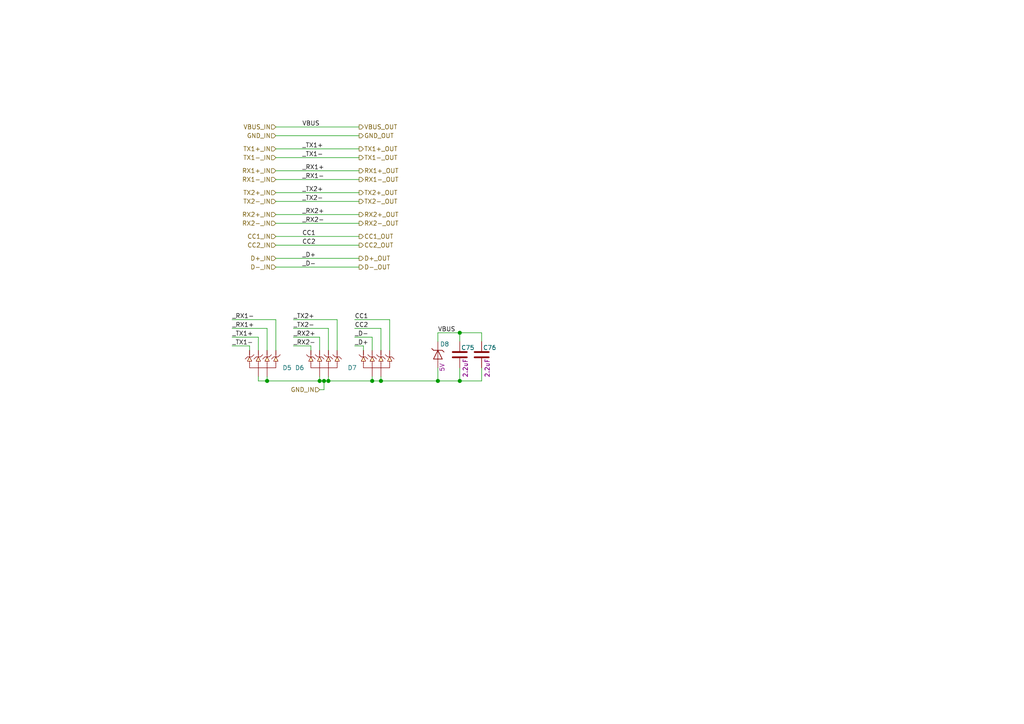
<source format=kicad_sch>
(kicad_sch (version 20210606) (generator eeschema)

  (uuid 5c2210de-ecf0-49ea-abaf-8ff4b2dbb321)

  (paper "A4")

  (lib_symbols
    (symbol "diodes:ESD9X3.3ST5G" (pin_numbers hide) (pin_names (offset 1.016) hide) (in_bom yes) (on_board yes)
      (property "Reference" "D" (id 0) (at 0 2.54 0)
        (effects (font (size 1.27 1.27)))
      )
      (property "Value" "ESD9X3.3ST5G" (id 1) (at 0 -2.54 0)
        (effects (font (size 1.27 1.27)) hide)
      )
      (property "Footprint" "footprints:SODFL1006X43N" (id 2) (at 0 0 0)
        (effects (font (size 1.27 1.27)) hide)
      )
      (property "Datasheet" "" (id 3) (at 0 0 0)
        (effects (font (size 1.27 1.27)) hide)
      )
      (property "id" "5V" (id 4) (at 0 0 0)
        (effects (font (size 1.27 1.27)))
      )
      (property "manf" "ON Semiconductor" (id 5) (at 0 0 0)
        (effects (font (size 1.27 1.27)) hide)
      )
      (property "ki_keywords" "10.4V Clamp 9.8A (8/20µs) Ipp Tvs Diode Surface Mount SOD-923" (id 6) (at 0 0 0)
        (effects (font (size 1.27 1.27)) hide)
      )
      (property "ki_description" "10.4V Clamp 9.8A (8/20µs) Ipp Tvs Diode Surface Mount SOD-923" (id 7) (at 0 0 0)
        (effects (font (size 1.27 1.27)) hide)
      )
      (symbol "ESD9X3.3ST5G_0_1"
        (polyline
          (pts
            (xy -1.27 -1.27)
            (xy -1.778 -1.778)
          )
          (stroke (width 0.2032)) (fill (type none))
        )
        (polyline
          (pts
            (xy -1.27 1.27)
            (xy -1.27 -1.27)
          )
          (stroke (width 0.2032)) (fill (type none))
        )
        (polyline
          (pts
            (xy -1.27 1.27)
            (xy -0.762 1.778)
          )
          (stroke (width 0.2032)) (fill (type none))
        )
        (polyline
          (pts
            (xy 1.27 0)
            (xy -1.27 0)
          )
          (stroke (width 0)) (fill (type none))
        )
        (polyline
          (pts
            (xy 1.27 1.27)
            (xy 1.27 -1.27)
            (xy -1.27 0)
            (xy 1.27 1.27)
          )
          (stroke (width 0.2032)) (fill (type none))
        )
      )
      (symbol "ESD9X3.3ST5G_1_1"
        (pin passive line (at 3.81 0 180) (length 2.54)
          (name "A" (effects (font (size 1.27 1.27))))
          (number "A" (effects (font (size 1.27 1.27))))
        )
        (pin passive line (at -3.81 0 0) (length 2.54)
          (name "C" (effects (font (size 1.27 1.27))))
          (number "C" (effects (font (size 1.27 1.27))))
        )
      )
    )
    (symbol "mte_usb_hub:ESD8004MUTAG" (pin_numbers hide) (pin_names (offset 1.016) hide) (in_bom yes) (on_board yes)
      (property "Reference" "D" (id 0) (at 0 0 0)
        (effects (font (size 1.27 1.27)))
      )
      (property "Value" "ESD8004MUTAG" (id 1) (at 0 17.78 0)
        (effects (font (size 1.27 1.27)) hide)
      )
      (property "Footprint" "" (id 2) (at 0 0 0)
        (effects (font (size 1.27 1.27)) hide)
      )
      (property "Datasheet" "" (id 3) (at 0 0 0)
        (effects (font (size 1.27 1.27)) hide)
      )
      (property "id" "ESD8004MUTAG" (id 4) (at 0 17.78 0)
        (effects (font (size 1.27 1.27)) hide)
      )
      (property "manf" "ON Semiconductor" (id 5) (at 0 17.78 0)
        (effects (font (size 1.27 1.27)) hide)
      )
      (property "ki_keywords" "8V (Typ) Clamp 16A Ipp Tvs Diode Surface Mount 10-UDFN (2.5x1)" (id 6) (at 0 0 0)
        (effects (font (size 1.27 1.27)) hide)
      )
      (property "ki_description" "8V (Typ) Clamp 16A Ipp Tvs Diode Surface Mount 10-UDFN (2.5x1)" (id 7) (at 0 0 0)
        (effects (font (size 1.27 1.27)) hide)
      )
      (symbol "ESD8004MUTAG_0_1"
        (polyline
          (pts
            (xy -3.81 0)
            (xy 3.81 0)
          )
          (stroke (width 0)) (fill (type none))
        )
        (polyline
          (pts
            (xy -3.81 1.27)
            (xy -3.81 0)
          )
          (stroke (width 0)) (fill (type none))
        )
        (polyline
          (pts
            (xy -3.81 1.905)
            (xy -3.81 1.27)
          )
          (stroke (width 0)) (fill (type none))
        )
        (polyline
          (pts
            (xy -3.81 3.175)
            (xy -3.81 3.81)
          )
          (stroke (width 0)) (fill (type none))
        )
        (polyline
          (pts
            (xy 1.27 1.27)
            (xy 1.27 0)
          )
          (stroke (width 0)) (fill (type none))
        )
        (polyline
          (pts
            (xy 1.27 1.905)
            (xy 1.27 1.27)
          )
          (stroke (width 0)) (fill (type none))
        )
        (polyline
          (pts
            (xy 1.27 3.175)
            (xy 1.27 3.81)
          )
          (stroke (width 0)) (fill (type none))
        )
        (polyline
          (pts
            (xy -3.81 3.175)
            (xy -4.445 3.175)
            (xy -5.08 2.54)
          )
          (stroke (width 0)) (fill (type none))
        )
        (polyline
          (pts
            (xy -3.81 3.175)
            (xy -3.175 3.175)
            (xy -2.54 3.81)
          )
          (stroke (width 0)) (fill (type none))
        )
        (polyline
          (pts
            (xy 1.27 3.175)
            (xy 0.635 3.175)
            (xy 0 2.54)
          )
          (stroke (width 0)) (fill (type none))
        )
        (polyline
          (pts
            (xy 1.27 3.175)
            (xy 1.905 3.175)
            (xy 2.54 3.81)
          )
          (stroke (width 0)) (fill (type none))
        )
        (polyline
          (pts
            (xy -3.81 3.175)
            (xy -4.445 1.905)
            (xy -3.175 1.905)
            (xy -3.81 3.175)
          )
          (stroke (width 0)) (fill (type background))
        )
        (polyline
          (pts
            (xy 1.27 3.175)
            (xy 0.635 1.905)
            (xy 1.905 1.905)
            (xy 1.27 3.175)
          )
          (stroke (width 0)) (fill (type background))
        )
      )
      (symbol "ESD8004MUTAG_1_1"
        (polyline
          (pts
            (xy -1.27 1.27)
            (xy -1.27 0)
          )
          (stroke (width 0)) (fill (type none))
        )
        (polyline
          (pts
            (xy -1.27 1.905)
            (xy -1.27 1.27)
          )
          (stroke (width 0)) (fill (type none))
        )
        (polyline
          (pts
            (xy -1.27 3.175)
            (xy -1.27 3.81)
          )
          (stroke (width 0)) (fill (type none))
        )
        (polyline
          (pts
            (xy 3.81 1.27)
            (xy 3.81 0)
          )
          (stroke (width 0)) (fill (type none))
        )
        (polyline
          (pts
            (xy 3.81 1.905)
            (xy 3.81 1.27)
          )
          (stroke (width 0)) (fill (type none))
        )
        (polyline
          (pts
            (xy 3.81 3.175)
            (xy 3.81 3.81)
          )
          (stroke (width 0)) (fill (type none))
        )
        (polyline
          (pts
            (xy -1.27 3.175)
            (xy -1.905 3.175)
            (xy -2.54 2.54)
          )
          (stroke (width 0)) (fill (type none))
        )
        (polyline
          (pts
            (xy -1.27 3.175)
            (xy -0.635 3.175)
            (xy 0 3.81)
          )
          (stroke (width 0)) (fill (type none))
        )
        (polyline
          (pts
            (xy 3.81 3.175)
            (xy 3.175 3.175)
            (xy 2.54 2.54)
          )
          (stroke (width 0)) (fill (type none))
        )
        (polyline
          (pts
            (xy 3.81 3.175)
            (xy 4.445 3.175)
            (xy 5.08 3.81)
          )
          (stroke (width 0)) (fill (type none))
        )
        (polyline
          (pts
            (xy -1.27 3.175)
            (xy -1.905 1.905)
            (xy -0.635 1.905)
            (xy -1.27 3.175)
          )
          (stroke (width 0)) (fill (type background))
        )
        (polyline
          (pts
            (xy 3.81 3.175)
            (xy 3.175 1.905)
            (xy 4.445 1.905)
            (xy 3.81 3.175)
          )
          (stroke (width 0)) (fill (type background))
        )
        (pin passive line (at -3.81 5.08 270) (length 1.27)
          (name "~" (effects (font (size 1.27 1.27))))
          (number "1" (effects (font (size 1.27 1.27))))
        )
        (pin passive line (at -3.81 5.08 270) (length 1.27)
          (name "~" (effects (font (size 1.27 1.27))))
          (number "10" (effects (font (size 1.27 1.27))))
        )
        (pin passive line (at -1.27 5.08 270) (length 1.27)
          (name "~" (effects (font (size 1.27 1.27))))
          (number "2" (effects (font (size 1.27 1.27))))
        )
        (pin passive line (at -1.27 -2.54 90) (length 2.54)
          (name "~" (effects (font (size 1.27 1.27))))
          (number "3" (effects (font (size 1.27 1.27))))
        )
        (pin passive line (at 1.27 5.08 270) (length 1.27)
          (name "~" (effects (font (size 1.27 1.27))))
          (number "4" (effects (font (size 1.27 1.27))))
        )
        (pin passive line (at 3.81 5.08 270) (length 1.27)
          (name "~" (effects (font (size 1.27 1.27))))
          (number "5" (effects (font (size 1.27 1.27))))
        )
        (pin passive line (at 3.81 5.08 270) (length 1.27)
          (name "~" (effects (font (size 1.27 1.27))))
          (number "6" (effects (font (size 1.27 1.27))))
        )
        (pin passive line (at 1.27 5.08 270) (length 1.27)
          (name "~" (effects (font (size 1.27 1.27))))
          (number "7" (effects (font (size 1.27 1.27))))
        )
        (pin passive line (at 1.27 -2.54 90) (length 2.54)
          (name "~" (effects (font (size 1.27 1.27))))
          (number "8" (effects (font (size 1.27 1.27))))
        )
        (pin passive line (at -1.27 5.08 270) (length 1.27)
          (name "~" (effects (font (size 1.27 1.27))))
          (number "9" (effects (font (size 1.27 1.27))))
        )
      )
    )
    (symbol "mte_usb_hub:ESD8004MUTAG_1" (pin_numbers hide) (pin_names (offset 1.016) hide) (in_bom yes) (on_board yes)
      (property "Reference" "D" (id 0) (at 0 0 0)
        (effects (font (size 1.27 1.27)))
      )
      (property "Value" "ESD8004MUTAG" (id 1) (at 0 17.78 0)
        (effects (font (size 1.27 1.27)) hide)
      )
      (property "Footprint" "" (id 2) (at 0 0 0)
        (effects (font (size 1.27 1.27)) hide)
      )
      (property "Datasheet" "" (id 3) (at 0 0 0)
        (effects (font (size 1.27 1.27)) hide)
      )
      (property "id" "ESD8004MUTAG" (id 4) (at 0 17.78 0)
        (effects (font (size 1.27 1.27)) hide)
      )
      (property "manf" "ON Semiconductor" (id 5) (at 0 17.78 0)
        (effects (font (size 1.27 1.27)) hide)
      )
      (property "ki_keywords" "8V (Typ) Clamp 16A Ipp Tvs Diode Surface Mount 10-UDFN (2.5x1)" (id 6) (at 0 0 0)
        (effects (font (size 1.27 1.27)) hide)
      )
      (property "ki_description" "8V (Typ) Clamp 16A Ipp Tvs Diode Surface Mount 10-UDFN (2.5x1)" (id 7) (at 0 0 0)
        (effects (font (size 1.27 1.27)) hide)
      )
      (symbol "ESD8004MUTAG_1_0_1"
        (polyline
          (pts
            (xy -3.81 0)
            (xy 3.81 0)
          )
          (stroke (width 0)) (fill (type none))
        )
        (polyline
          (pts
            (xy -3.81 1.27)
            (xy -3.81 0)
          )
          (stroke (width 0)) (fill (type none))
        )
        (polyline
          (pts
            (xy -3.81 1.905)
            (xy -3.81 1.27)
          )
          (stroke (width 0)) (fill (type none))
        )
        (polyline
          (pts
            (xy -3.81 3.175)
            (xy -3.81 3.81)
          )
          (stroke (width 0)) (fill (type none))
        )
        (polyline
          (pts
            (xy 1.27 1.27)
            (xy 1.27 0)
          )
          (stroke (width 0)) (fill (type none))
        )
        (polyline
          (pts
            (xy 1.27 1.905)
            (xy 1.27 1.27)
          )
          (stroke (width 0)) (fill (type none))
        )
        (polyline
          (pts
            (xy 1.27 3.175)
            (xy 1.27 3.81)
          )
          (stroke (width 0)) (fill (type none))
        )
        (polyline
          (pts
            (xy -3.81 3.175)
            (xy -4.445 3.175)
            (xy -5.08 2.54)
          )
          (stroke (width 0)) (fill (type none))
        )
        (polyline
          (pts
            (xy -3.81 3.175)
            (xy -3.175 3.175)
            (xy -2.54 3.81)
          )
          (stroke (width 0)) (fill (type none))
        )
        (polyline
          (pts
            (xy 1.27 3.175)
            (xy 0.635 3.175)
            (xy 0 2.54)
          )
          (stroke (width 0)) (fill (type none))
        )
        (polyline
          (pts
            (xy 1.27 3.175)
            (xy 1.905 3.175)
            (xy 2.54 3.81)
          )
          (stroke (width 0)) (fill (type none))
        )
        (polyline
          (pts
            (xy -3.81 3.175)
            (xy -4.445 1.905)
            (xy -3.175 1.905)
            (xy -3.81 3.175)
          )
          (stroke (width 0)) (fill (type background))
        )
        (polyline
          (pts
            (xy 1.27 3.175)
            (xy 0.635 1.905)
            (xy 1.905 1.905)
            (xy 1.27 3.175)
          )
          (stroke (width 0)) (fill (type background))
        )
      )
      (symbol "ESD8004MUTAG_1_1_1"
        (polyline
          (pts
            (xy -1.27 1.27)
            (xy -1.27 0)
          )
          (stroke (width 0)) (fill (type none))
        )
        (polyline
          (pts
            (xy -1.27 1.905)
            (xy -1.27 1.27)
          )
          (stroke (width 0)) (fill (type none))
        )
        (polyline
          (pts
            (xy -1.27 3.175)
            (xy -1.27 3.81)
          )
          (stroke (width 0)) (fill (type none))
        )
        (polyline
          (pts
            (xy 3.81 1.27)
            (xy 3.81 0)
          )
          (stroke (width 0)) (fill (type none))
        )
        (polyline
          (pts
            (xy 3.81 1.905)
            (xy 3.81 1.27)
          )
          (stroke (width 0)) (fill (type none))
        )
        (polyline
          (pts
            (xy 3.81 3.175)
            (xy 3.81 3.81)
          )
          (stroke (width 0)) (fill (type none))
        )
        (polyline
          (pts
            (xy -1.27 3.175)
            (xy -1.905 3.175)
            (xy -2.54 2.54)
          )
          (stroke (width 0)) (fill (type none))
        )
        (polyline
          (pts
            (xy -1.27 3.175)
            (xy -0.635 3.175)
            (xy 0 3.81)
          )
          (stroke (width 0)) (fill (type none))
        )
        (polyline
          (pts
            (xy 3.81 3.175)
            (xy 3.175 3.175)
            (xy 2.54 2.54)
          )
          (stroke (width 0)) (fill (type none))
        )
        (polyline
          (pts
            (xy 3.81 3.175)
            (xy 4.445 3.175)
            (xy 5.08 3.81)
          )
          (stroke (width 0)) (fill (type none))
        )
        (polyline
          (pts
            (xy -1.27 3.175)
            (xy -1.905 1.905)
            (xy -0.635 1.905)
            (xy -1.27 3.175)
          )
          (stroke (width 0)) (fill (type background))
        )
        (polyline
          (pts
            (xy 3.81 3.175)
            (xy 3.175 1.905)
            (xy 4.445 1.905)
            (xy 3.81 3.175)
          )
          (stroke (width 0)) (fill (type background))
        )
        (pin passive line (at -3.81 5.08 270) (length 1.27)
          (name "~" (effects (font (size 1.27 1.27))))
          (number "1" (effects (font (size 1.27 1.27))))
        )
        (pin passive line (at -3.81 5.08 270) (length 1.27)
          (name "~" (effects (font (size 1.27 1.27))))
          (number "10" (effects (font (size 1.27 1.27))))
        )
        (pin passive line (at -1.27 5.08 270) (length 1.27)
          (name "~" (effects (font (size 1.27 1.27))))
          (number "2" (effects (font (size 1.27 1.27))))
        )
        (pin passive line (at -1.27 -2.54 90) (length 2.54)
          (name "~" (effects (font (size 1.27 1.27))))
          (number "3" (effects (font (size 1.27 1.27))))
        )
        (pin passive line (at 1.27 5.08 270) (length 1.27)
          (name "~" (effects (font (size 1.27 1.27))))
          (number "4" (effects (font (size 1.27 1.27))))
        )
        (pin passive line (at 3.81 5.08 270) (length 1.27)
          (name "~" (effects (font (size 1.27 1.27))))
          (number "5" (effects (font (size 1.27 1.27))))
        )
        (pin passive line (at 3.81 5.08 270) (length 1.27)
          (name "~" (effects (font (size 1.27 1.27))))
          (number "6" (effects (font (size 1.27 1.27))))
        )
        (pin passive line (at 1.27 5.08 270) (length 1.27)
          (name "~" (effects (font (size 1.27 1.27))))
          (number "7" (effects (font (size 1.27 1.27))))
        )
        (pin passive line (at 1.27 -2.54 90) (length 2.54)
          (name "~" (effects (font (size 1.27 1.27))))
          (number "8" (effects (font (size 1.27 1.27))))
        )
        (pin passive line (at -1.27 5.08 270) (length 1.27)
          (name "~" (effects (font (size 1.27 1.27))))
          (number "9" (effects (font (size 1.27 1.27))))
        )
      )
    )
    (symbol "mte_usb_hub:ESD8004MUTAG_2" (pin_numbers hide) (pin_names (offset 1.016) hide) (in_bom yes) (on_board yes)
      (property "Reference" "D" (id 0) (at 0 0 0)
        (effects (font (size 1.27 1.27)))
      )
      (property "Value" "ESD8004MUTAG" (id 1) (at 0 17.78 0)
        (effects (font (size 1.27 1.27)) hide)
      )
      (property "Footprint" "" (id 2) (at 0 0 0)
        (effects (font (size 1.27 1.27)) hide)
      )
      (property "Datasheet" "" (id 3) (at 0 0 0)
        (effects (font (size 1.27 1.27)) hide)
      )
      (property "id" "ESD8004MUTAG" (id 4) (at 0 17.78 0)
        (effects (font (size 1.27 1.27)) hide)
      )
      (property "manf" "ON Semiconductor" (id 5) (at 0 17.78 0)
        (effects (font (size 1.27 1.27)) hide)
      )
      (property "ki_keywords" "8V (Typ) Clamp 16A Ipp Tvs Diode Surface Mount 10-UDFN (2.5x1)" (id 6) (at 0 0 0)
        (effects (font (size 1.27 1.27)) hide)
      )
      (property "ki_description" "8V (Typ) Clamp 16A Ipp Tvs Diode Surface Mount 10-UDFN (2.5x1)" (id 7) (at 0 0 0)
        (effects (font (size 1.27 1.27)) hide)
      )
      (symbol "ESD8004MUTAG_2_0_1"
        (polyline
          (pts
            (xy -3.81 0)
            (xy 3.81 0)
          )
          (stroke (width 0)) (fill (type none))
        )
        (polyline
          (pts
            (xy -3.81 1.27)
            (xy -3.81 0)
          )
          (stroke (width 0)) (fill (type none))
        )
        (polyline
          (pts
            (xy -3.81 1.905)
            (xy -3.81 1.27)
          )
          (stroke (width 0)) (fill (type none))
        )
        (polyline
          (pts
            (xy -3.81 3.175)
            (xy -3.81 3.81)
          )
          (stroke (width 0)) (fill (type none))
        )
        (polyline
          (pts
            (xy 1.27 1.27)
            (xy 1.27 0)
          )
          (stroke (width 0)) (fill (type none))
        )
        (polyline
          (pts
            (xy 1.27 1.905)
            (xy 1.27 1.27)
          )
          (stroke (width 0)) (fill (type none))
        )
        (polyline
          (pts
            (xy 1.27 3.175)
            (xy 1.27 3.81)
          )
          (stroke (width 0)) (fill (type none))
        )
        (polyline
          (pts
            (xy -3.81 3.175)
            (xy -4.445 3.175)
            (xy -5.08 2.54)
          )
          (stroke (width 0)) (fill (type none))
        )
        (polyline
          (pts
            (xy -3.81 3.175)
            (xy -3.175 3.175)
            (xy -2.54 3.81)
          )
          (stroke (width 0)) (fill (type none))
        )
        (polyline
          (pts
            (xy 1.27 3.175)
            (xy 0.635 3.175)
            (xy 0 2.54)
          )
          (stroke (width 0)) (fill (type none))
        )
        (polyline
          (pts
            (xy 1.27 3.175)
            (xy 1.905 3.175)
            (xy 2.54 3.81)
          )
          (stroke (width 0)) (fill (type none))
        )
        (polyline
          (pts
            (xy -3.81 3.175)
            (xy -4.445 1.905)
            (xy -3.175 1.905)
            (xy -3.81 3.175)
          )
          (stroke (width 0)) (fill (type background))
        )
        (polyline
          (pts
            (xy 1.27 3.175)
            (xy 0.635 1.905)
            (xy 1.905 1.905)
            (xy 1.27 3.175)
          )
          (stroke (width 0)) (fill (type background))
        )
      )
      (symbol "ESD8004MUTAG_2_1_1"
        (polyline
          (pts
            (xy -1.27 1.27)
            (xy -1.27 0)
          )
          (stroke (width 0)) (fill (type none))
        )
        (polyline
          (pts
            (xy -1.27 1.905)
            (xy -1.27 1.27)
          )
          (stroke (width 0)) (fill (type none))
        )
        (polyline
          (pts
            (xy -1.27 3.175)
            (xy -1.27 3.81)
          )
          (stroke (width 0)) (fill (type none))
        )
        (polyline
          (pts
            (xy 3.81 1.27)
            (xy 3.81 0)
          )
          (stroke (width 0)) (fill (type none))
        )
        (polyline
          (pts
            (xy 3.81 1.905)
            (xy 3.81 1.27)
          )
          (stroke (width 0)) (fill (type none))
        )
        (polyline
          (pts
            (xy 3.81 3.175)
            (xy 3.81 3.81)
          )
          (stroke (width 0)) (fill (type none))
        )
        (polyline
          (pts
            (xy -1.27 3.175)
            (xy -1.905 3.175)
            (xy -2.54 2.54)
          )
          (stroke (width 0)) (fill (type none))
        )
        (polyline
          (pts
            (xy -1.27 3.175)
            (xy -0.635 3.175)
            (xy 0 3.81)
          )
          (stroke (width 0)) (fill (type none))
        )
        (polyline
          (pts
            (xy 3.81 3.175)
            (xy 3.175 3.175)
            (xy 2.54 2.54)
          )
          (stroke (width 0)) (fill (type none))
        )
        (polyline
          (pts
            (xy 3.81 3.175)
            (xy 4.445 3.175)
            (xy 5.08 3.81)
          )
          (stroke (width 0)) (fill (type none))
        )
        (polyline
          (pts
            (xy -1.27 3.175)
            (xy -1.905 1.905)
            (xy -0.635 1.905)
            (xy -1.27 3.175)
          )
          (stroke (width 0)) (fill (type background))
        )
        (polyline
          (pts
            (xy 3.81 3.175)
            (xy 3.175 1.905)
            (xy 4.445 1.905)
            (xy 3.81 3.175)
          )
          (stroke (width 0)) (fill (type background))
        )
        (pin passive line (at -3.81 5.08 270) (length 1.27)
          (name "~" (effects (font (size 1.27 1.27))))
          (number "1" (effects (font (size 1.27 1.27))))
        )
        (pin passive line (at -3.81 5.08 270) (length 1.27)
          (name "~" (effects (font (size 1.27 1.27))))
          (number "10" (effects (font (size 1.27 1.27))))
        )
        (pin passive line (at -1.27 5.08 270) (length 1.27)
          (name "~" (effects (font (size 1.27 1.27))))
          (number "2" (effects (font (size 1.27 1.27))))
        )
        (pin passive line (at -1.27 -2.54 90) (length 2.54)
          (name "~" (effects (font (size 1.27 1.27))))
          (number "3" (effects (font (size 1.27 1.27))))
        )
        (pin passive line (at 1.27 5.08 270) (length 1.27)
          (name "~" (effects (font (size 1.27 1.27))))
          (number "4" (effects (font (size 1.27 1.27))))
        )
        (pin passive line (at 3.81 5.08 270) (length 1.27)
          (name "~" (effects (font (size 1.27 1.27))))
          (number "5" (effects (font (size 1.27 1.27))))
        )
        (pin passive line (at 3.81 5.08 270) (length 1.27)
          (name "~" (effects (font (size 1.27 1.27))))
          (number "6" (effects (font (size 1.27 1.27))))
        )
        (pin passive line (at 1.27 5.08 270) (length 1.27)
          (name "~" (effects (font (size 1.27 1.27))))
          (number "7" (effects (font (size 1.27 1.27))))
        )
        (pin passive line (at 1.27 -2.54 90) (length 2.54)
          (name "~" (effects (font (size 1.27 1.27))))
          (number "8" (effects (font (size 1.27 1.27))))
        )
        (pin passive line (at -1.27 5.08 270) (length 1.27)
          (name "~" (effects (font (size 1.27 1.27))))
          (number "9" (effects (font (size 1.27 1.27))))
        )
      )
    )
    (symbol "mte_usb_hub:TMK105CBJ225MV-F" (pin_numbers hide) (pin_names (offset 0.254)) (in_bom yes) (on_board yes)
      (property "Reference" "C" (id 0) (at 0.635 2.54 0)
        (effects (font (size 1.27 1.27)) (justify left))
      )
      (property "Value" "TMK105CBJ225MV-F" (id 1) (at 0.635 -2.54 0)
        (effects (font (size 1.27 1.27)) (justify left) hide)
      )
      (property "Footprint" "footprints:CAPACITOR_0402N" (id 2) (at 0.9652 -3.81 0)
        (effects (font (size 1.27 1.27)) hide)
      )
      (property "Datasheet" "${MTE_LIB_DIR}/datasheets/TMK105CBJ225MV-F _RS.pdf" (id 3) (at 0 0 0)
        (effects (font (size 1.27 1.27)) hide)
      )
      (property "id" "2.2uF" (id 4) (at -3.81 2.54 0)
        (effects (font (size 1.27 1.27)))
      )
      (property "ki_keywords" "2.2uF ±20% 25V Ceramic Capacitor X5R 0402 (1005 Metric)" (id 5) (at 0 0 0)
        (effects (font (size 1.27 1.27)) hide)
      )
      (property "ki_description" "2.2uF ±20% 25V Ceramic Capacitor X5R 0402 (1005 Metric)" (id 6) (at 0 0 0)
        (effects (font (size 1.27 1.27)) hide)
      )
      (symbol "TMK105CBJ225MV-F_0_1"
        (polyline
          (pts
            (xy -2.032 -0.762)
            (xy 2.032 -0.762)
          )
          (stroke (width 0.508)) (fill (type none))
        )
        (polyline
          (pts
            (xy -2.032 0.762)
            (xy 2.032 0.762)
          )
          (stroke (width 0.508)) (fill (type none))
        )
      )
      (symbol "TMK105CBJ225MV-F_1_1"
        (pin passive line (at 0 3.81 270) (length 2.794)
          (name "~" (effects (font (size 1.27 1.27))))
          (number "1" (effects (font (size 1.27 1.27))))
        )
        (pin passive line (at 0 -3.81 90) (length 2.794)
          (name "~" (effects (font (size 1.27 1.27))))
          (number "2" (effects (font (size 1.27 1.27))))
        )
      )
    )
  )

  (junction (at 77.47 110.49) (diameter 1.016) (color 0 0 0 0))
  (junction (at 92.71 110.49) (diameter 1.016) (color 0 0 0 0))
  (junction (at 93.98 110.49) (diameter 1.016) (color 0 0 0 0))
  (junction (at 95.25 110.49) (diameter 1.016) (color 0 0 0 0))
  (junction (at 107.95 110.49) (diameter 1.016) (color 0 0 0 0))
  (junction (at 110.49 110.49) (diameter 1.016) (color 0 0 0 0))
  (junction (at 127 110.49) (diameter 1.016) (color 0 0 0 0))
  (junction (at 133.35 96.52) (diameter 1.016) (color 0 0 0 0))
  (junction (at 133.35 110.49) (diameter 1.016) (color 0 0 0 0))

  (wire (pts (xy 67.31 92.71) (xy 80.01 92.71))
    (stroke (width 0) (type solid) (color 0 0 0 0))
    (uuid acf85cd3-bbc0-476f-8acc-fbeab1e5da95)
  )
  (wire (pts (xy 67.31 95.25) (xy 77.47 95.25))
    (stroke (width 0) (type solid) (color 0 0 0 0))
    (uuid b2ae4026-237d-436b-ac2b-32847a0360fd)
  )
  (wire (pts (xy 67.31 97.79) (xy 74.93 97.79))
    (stroke (width 0) (type solid) (color 0 0 0 0))
    (uuid 28ce07d0-479a-44d9-9fbd-46f14848403c)
  )
  (wire (pts (xy 67.31 100.33) (xy 72.39 100.33))
    (stroke (width 0) (type solid) (color 0 0 0 0))
    (uuid f55eaf9f-d8ba-4c26-88aa-cc79c5aee550)
  )
  (wire (pts (xy 72.39 100.33) (xy 72.39 101.6))
    (stroke (width 0) (type solid) (color 0 0 0 0))
    (uuid 349bdcb0-45b9-41af-bfa6-e59dab1ab8bb)
  )
  (wire (pts (xy 74.93 101.6) (xy 74.93 97.79))
    (stroke (width 0) (type solid) (color 0 0 0 0))
    (uuid 28ce07d0-479a-44d9-9fbd-46f14848403c)
  )
  (wire (pts (xy 74.93 109.22) (xy 74.93 110.49))
    (stroke (width 0) (type solid) (color 0 0 0 0))
    (uuid 2afd5466-cbdb-4f02-9ff4-ca58a08a0b1f)
  )
  (wire (pts (xy 74.93 110.49) (xy 77.47 110.49))
    (stroke (width 0) (type solid) (color 0 0 0 0))
    (uuid 84200437-cafe-4e1e-801d-6ec1bb038d12)
  )
  (wire (pts (xy 77.47 95.25) (xy 77.47 101.6))
    (stroke (width 0) (type solid) (color 0 0 0 0))
    (uuid b2ae4026-237d-436b-ac2b-32847a0360fd)
  )
  (wire (pts (xy 77.47 109.22) (xy 77.47 110.49))
    (stroke (width 0) (type solid) (color 0 0 0 0))
    (uuid eb6aa118-67a4-4e55-a72d-8281ab9fa6b8)
  )
  (wire (pts (xy 77.47 110.49) (xy 92.71 110.49))
    (stroke (width 0) (type solid) (color 0 0 0 0))
    (uuid f35b90c5-8dc3-41cb-9115-26e7349b91b5)
  )
  (wire (pts (xy 80.01 36.83) (xy 104.14 36.83))
    (stroke (width 0) (type solid) (color 0 0 0 0))
    (uuid 9d0f1783-08b6-49ad-8bd7-151ce87645b1)
  )
  (wire (pts (xy 80.01 39.37) (xy 104.14 39.37))
    (stroke (width 0) (type solid) (color 0 0 0 0))
    (uuid 8831ae28-8857-4860-b835-e04f405e2e30)
  )
  (wire (pts (xy 80.01 43.18) (xy 104.14 43.18))
    (stroke (width 0) (type solid) (color 0 0 0 0))
    (uuid db2c304b-ff07-402b-8409-4b31a626539c)
  )
  (wire (pts (xy 80.01 45.72) (xy 104.14 45.72))
    (stroke (width 0) (type solid) (color 0 0 0 0))
    (uuid 837b3468-59b9-417c-b515-9fa49c355b59)
  )
  (wire (pts (xy 80.01 49.53) (xy 104.14 49.53))
    (stroke (width 0) (type solid) (color 0 0 0 0))
    (uuid e1e64b2c-3fa6-48a3-8e0b-98ad381696db)
  )
  (wire (pts (xy 80.01 52.07) (xy 104.14 52.07))
    (stroke (width 0) (type solid) (color 0 0 0 0))
    (uuid 3add5511-6028-4f64-beed-625f66d417fa)
  )
  (wire (pts (xy 80.01 55.88) (xy 104.14 55.88))
    (stroke (width 0) (type solid) (color 0 0 0 0))
    (uuid 977f62d3-dbac-4495-b890-7df2d43a6636)
  )
  (wire (pts (xy 80.01 58.42) (xy 104.14 58.42))
    (stroke (width 0) (type solid) (color 0 0 0 0))
    (uuid 29bfe21a-d4c8-4fee-aa96-5f575892672f)
  )
  (wire (pts (xy 80.01 62.23) (xy 104.14 62.23))
    (stroke (width 0) (type solid) (color 0 0 0 0))
    (uuid e1e779d7-03ce-47c8-b4ae-0a8310c2c9bb)
  )
  (wire (pts (xy 80.01 64.77) (xy 104.14 64.77))
    (stroke (width 0) (type solid) (color 0 0 0 0))
    (uuid 0e9ea519-dec1-46f8-9ba3-ea4e697b2f25)
  )
  (wire (pts (xy 80.01 68.58) (xy 104.14 68.58))
    (stroke (width 0) (type solid) (color 0 0 0 0))
    (uuid aa3b1262-365f-4119-b4b1-f69805f5edd7)
  )
  (wire (pts (xy 80.01 71.12) (xy 104.14 71.12))
    (stroke (width 0) (type solid) (color 0 0 0 0))
    (uuid 881795e0-f161-414c-9430-7047ee9b0533)
  )
  (wire (pts (xy 80.01 74.93) (xy 104.14 74.93))
    (stroke (width 0) (type solid) (color 0 0 0 0))
    (uuid 09e0189d-7d43-40d5-a72e-00dcf1767f05)
  )
  (wire (pts (xy 80.01 77.47) (xy 104.14 77.47))
    (stroke (width 0) (type solid) (color 0 0 0 0))
    (uuid 43a2f791-df53-4f61-b839-03dad555ce51)
  )
  (wire (pts (xy 80.01 101.6) (xy 80.01 92.71))
    (stroke (width 0) (type solid) (color 0 0 0 0))
    (uuid acf85cd3-bbc0-476f-8acc-fbeab1e5da95)
  )
  (wire (pts (xy 85.09 92.71) (xy 97.79 92.71))
    (stroke (width 0) (type solid) (color 0 0 0 0))
    (uuid 470330dd-1033-448c-82e6-4e123c7e49de)
  )
  (wire (pts (xy 85.09 97.79) (xy 92.71 97.79))
    (stroke (width 0) (type solid) (color 0 0 0 0))
    (uuid 26f9ffc2-f20d-460d-a546-d3dfeb2d8faa)
  )
  (wire (pts (xy 85.09 100.33) (xy 90.17 100.33))
    (stroke (width 0) (type solid) (color 0 0 0 0))
    (uuid 40e87a6a-6c7b-44d3-838b-2cdbb7067625)
  )
  (wire (pts (xy 90.17 101.6) (xy 90.17 100.33))
    (stroke (width 0) (type solid) (color 0 0 0 0))
    (uuid 40e87a6a-6c7b-44d3-838b-2cdbb7067625)
  )
  (wire (pts (xy 92.71 97.79) (xy 92.71 101.6))
    (stroke (width 0) (type solid) (color 0 0 0 0))
    (uuid 26f9ffc2-f20d-460d-a546-d3dfeb2d8faa)
  )
  (wire (pts (xy 92.71 109.22) (xy 92.71 110.49))
    (stroke (width 0) (type solid) (color 0 0 0 0))
    (uuid d747014b-a284-4187-ba63-14e178d112b2)
  )
  (wire (pts (xy 92.71 110.49) (xy 93.98 110.49))
    (stroke (width 0) (type solid) (color 0 0 0 0))
    (uuid 0577fd03-487c-47b5-a3f1-660cf619f441)
  )
  (wire (pts (xy 92.71 113.03) (xy 93.98 113.03))
    (stroke (width 0) (type solid) (color 0 0 0 0))
    (uuid 94beb4c6-6013-49e6-a75e-bacea6679855)
  )
  (wire (pts (xy 93.98 110.49) (xy 95.25 110.49))
    (stroke (width 0) (type solid) (color 0 0 0 0))
    (uuid 63254e45-2e79-47d4-97f6-6b0ce5606fe6)
  )
  (wire (pts (xy 93.98 113.03) (xy 93.98 110.49))
    (stroke (width 0) (type solid) (color 0 0 0 0))
    (uuid ed9b93ee-c06e-40d3-9521-0e32818c1164)
  )
  (wire (pts (xy 95.25 95.25) (xy 85.09 95.25))
    (stroke (width 0) (type solid) (color 0 0 0 0))
    (uuid e32a04f6-5ce2-4728-8421-bbc237a61247)
  )
  (wire (pts (xy 95.25 101.6) (xy 95.25 95.25))
    (stroke (width 0) (type solid) (color 0 0 0 0))
    (uuid e32a04f6-5ce2-4728-8421-bbc237a61247)
  )
  (wire (pts (xy 95.25 109.22) (xy 95.25 110.49))
    (stroke (width 0) (type solid) (color 0 0 0 0))
    (uuid 34540c2f-8c9b-4580-8d38-268e1f27d4ea)
  )
  (wire (pts (xy 95.25 110.49) (xy 107.95 110.49))
    (stroke (width 0) (type solid) (color 0 0 0 0))
    (uuid 4576766d-6bcc-4951-b525-215394a6830b)
  )
  (wire (pts (xy 97.79 92.71) (xy 97.79 101.6))
    (stroke (width 0) (type solid) (color 0 0 0 0))
    (uuid 470330dd-1033-448c-82e6-4e123c7e49de)
  )
  (wire (pts (xy 102.87 92.71) (xy 113.03 92.71))
    (stroke (width 0) (type solid) (color 0 0 0 0))
    (uuid b84611af-1a53-4f95-a148-e17e32dba5bb)
  )
  (wire (pts (xy 102.87 97.79) (xy 107.95 97.79))
    (stroke (width 0) (type solid) (color 0 0 0 0))
    (uuid 3c678c36-4abe-4d02-8fe7-6b6f375db019)
  )
  (wire (pts (xy 105.41 100.33) (xy 102.87 100.33))
    (stroke (width 0) (type solid) (color 0 0 0 0))
    (uuid c925cbb5-4864-4201-8104-d73342a45c90)
  )
  (wire (pts (xy 105.41 101.6) (xy 105.41 100.33))
    (stroke (width 0) (type solid) (color 0 0 0 0))
    (uuid c925cbb5-4864-4201-8104-d73342a45c90)
  )
  (wire (pts (xy 107.95 97.79) (xy 107.95 101.6))
    (stroke (width 0) (type solid) (color 0 0 0 0))
    (uuid 3c678c36-4abe-4d02-8fe7-6b6f375db019)
  )
  (wire (pts (xy 107.95 109.22) (xy 107.95 110.49))
    (stroke (width 0) (type solid) (color 0 0 0 0))
    (uuid d7839117-0d93-44c2-a4ca-1a8b5b44b248)
  )
  (wire (pts (xy 107.95 110.49) (xy 110.49 110.49))
    (stroke (width 0) (type solid) (color 0 0 0 0))
    (uuid 4576766d-6bcc-4951-b525-215394a6830b)
  )
  (wire (pts (xy 110.49 95.25) (xy 102.87 95.25))
    (stroke (width 0) (type solid) (color 0 0 0 0))
    (uuid a2c37f4a-88d7-49a1-aafa-859f0b536721)
  )
  (wire (pts (xy 110.49 101.6) (xy 110.49 95.25))
    (stroke (width 0) (type solid) (color 0 0 0 0))
    (uuid a2c37f4a-88d7-49a1-aafa-859f0b536721)
  )
  (wire (pts (xy 110.49 109.22) (xy 110.49 110.49))
    (stroke (width 0) (type solid) (color 0 0 0 0))
    (uuid bb07e097-03ea-4c04-b704-ed69fcba171d)
  )
  (wire (pts (xy 110.49 110.49) (xy 127 110.49))
    (stroke (width 0) (type solid) (color 0 0 0 0))
    (uuid 4576766d-6bcc-4951-b525-215394a6830b)
  )
  (wire (pts (xy 113.03 92.71) (xy 113.03 101.6))
    (stroke (width 0) (type solid) (color 0 0 0 0))
    (uuid b84611af-1a53-4f95-a148-e17e32dba5bb)
  )
  (wire (pts (xy 127 96.52) (xy 127 99.06))
    (stroke (width 0) (type solid) (color 0 0 0 0))
    (uuid 745e9ca2-4d0e-4609-b302-7c5977c7c997)
  )
  (wire (pts (xy 127 96.52) (xy 133.35 96.52))
    (stroke (width 0) (type solid) (color 0 0 0 0))
    (uuid 72258471-1923-4420-bf48-268a934fc108)
  )
  (wire (pts (xy 127 106.68) (xy 127 110.49))
    (stroke (width 0) (type solid) (color 0 0 0 0))
    (uuid 5f8278bc-3ccd-4ae7-850b-897fcc6dfcf0)
  )
  (wire (pts (xy 133.35 96.52) (xy 133.35 99.06))
    (stroke (width 0) (type solid) (color 0 0 0 0))
    (uuid 596fde21-b1c0-4ac1-abd4-dc395632957e)
  )
  (wire (pts (xy 133.35 96.52) (xy 139.7 96.52))
    (stroke (width 0) (type solid) (color 0 0 0 0))
    (uuid 72258471-1923-4420-bf48-268a934fc108)
  )
  (wire (pts (xy 133.35 106.68) (xy 133.35 110.49))
    (stroke (width 0) (type solid) (color 0 0 0 0))
    (uuid 2182319e-fba4-4fcc-9700-110bc6466c55)
  )
  (wire (pts (xy 133.35 110.49) (xy 127 110.49))
    (stroke (width 0) (type solid) (color 0 0 0 0))
    (uuid 2182319e-fba4-4fcc-9700-110bc6466c55)
  )
  (wire (pts (xy 139.7 99.06) (xy 139.7 96.52))
    (stroke (width 0) (type solid) (color 0 0 0 0))
    (uuid 72258471-1923-4420-bf48-268a934fc108)
  )
  (wire (pts (xy 139.7 106.68) (xy 139.7 110.49))
    (stroke (width 0) (type solid) (color 0 0 0 0))
    (uuid 9c0b2b45-475f-4a24-a49d-2f9590b0b7fd)
  )
  (wire (pts (xy 139.7 110.49) (xy 133.35 110.49))
    (stroke (width 0) (type solid) (color 0 0 0 0))
    (uuid 9c0b2b45-475f-4a24-a49d-2f9590b0b7fd)
  )

  (label "_RX1-" (at 67.31 92.71 0)
    (effects (font (size 1.27 1.27)) (justify left bottom))
    (uuid 1b393983-1691-468b-88ad-c60a0c9aab0d)
  )
  (label "_RX1+" (at 67.31 95.25 0)
    (effects (font (size 1.27 1.27)) (justify left bottom))
    (uuid 082282cf-f06d-40ca-ad9f-5ef7db76cceb)
  )
  (label "_TX1+" (at 67.31 97.79 0)
    (effects (font (size 1.27 1.27)) (justify left bottom))
    (uuid 4b40a033-af9b-4c90-90f5-2ec71e7a2ea9)
  )
  (label "_TX1-" (at 67.31 100.33 0)
    (effects (font (size 1.27 1.27)) (justify left bottom))
    (uuid 94bf94b2-fd4b-4ea8-b41a-dba3da1f7c96)
  )
  (label "_TX2+" (at 85.09 92.71 0)
    (effects (font (size 1.27 1.27)) (justify left bottom))
    (uuid 441272a1-f3eb-4795-975e-487b48e6e13e)
  )
  (label "_TX2-" (at 85.09 95.25 0)
    (effects (font (size 1.27 1.27)) (justify left bottom))
    (uuid 1f5f243a-235e-43e6-bc24-eacf0bdcb0ac)
  )
  (label "_RX2+" (at 85.09 97.79 0)
    (effects (font (size 1.27 1.27)) (justify left bottom))
    (uuid fca8a47a-a6ec-4e82-acda-0de78afb7041)
  )
  (label "_RX2-" (at 85.09 100.33 0)
    (effects (font (size 1.27 1.27)) (justify left bottom))
    (uuid 6e185bf2-99e2-4d6d-93c9-8886499f4e49)
  )
  (label "VBUS" (at 87.63 36.83 0)
    (effects (font (size 1.27 1.27)) (justify left bottom))
    (uuid e96f1250-9c59-4163-a23e-9b88fe70f965)
  )
  (label "_TX1+" (at 87.63 43.18 0)
    (effects (font (size 1.27 1.27)) (justify left bottom))
    (uuid 56e5e212-98f5-4c40-8b15-07c66539d539)
  )
  (label "_TX1-" (at 87.63 45.72 0)
    (effects (font (size 1.27 1.27)) (justify left bottom))
    (uuid 1622c3c5-912e-4525-bcb1-5c47ec5f0954)
  )
  (label "_RX1+" (at 87.63 49.53 0)
    (effects (font (size 1.27 1.27)) (justify left bottom))
    (uuid e101e131-ed45-40d8-a869-3ebc5daf79a9)
  )
  (label "_RX1-" (at 87.63 52.07 0)
    (effects (font (size 1.27 1.27)) (justify left bottom))
    (uuid e9bd78ee-fa75-4c6a-83a7-f332f0db4a73)
  )
  (label "_TX2+" (at 87.63 55.88 0)
    (effects (font (size 1.27 1.27)) (justify left bottom))
    (uuid 5bf0a4d6-a8ea-4f9d-9b53-e4c22a17d8e7)
  )
  (label "_TX2-" (at 87.63 58.42 0)
    (effects (font (size 1.27 1.27)) (justify left bottom))
    (uuid c23b2693-2560-44d5-b584-ac468dbf0690)
  )
  (label "_RX2+" (at 87.63 62.23 0)
    (effects (font (size 1.27 1.27)) (justify left bottom))
    (uuid eb828d91-33fb-492b-9462-2e069d2a27ab)
  )
  (label "_RX2-" (at 87.63 64.77 0)
    (effects (font (size 1.27 1.27)) (justify left bottom))
    (uuid badc6885-b03e-427c-8d6b-16f0d278fee1)
  )
  (label "CC1" (at 87.63 68.58 0)
    (effects (font (size 1.27 1.27)) (justify left bottom))
    (uuid 2f30ecc8-1ec2-4b24-a101-7da564cb0402)
  )
  (label "CC2" (at 87.63 71.12 0)
    (effects (font (size 1.27 1.27)) (justify left bottom))
    (uuid 8611f6cf-eb9d-4e48-af02-3fd322fc6f41)
  )
  (label "_D+" (at 87.63 74.93 0)
    (effects (font (size 1.27 1.27)) (justify left bottom))
    (uuid ebe71cd3-10ae-4126-b59f-e6f7c88abd90)
  )
  (label "_D-" (at 87.63 77.47 0)
    (effects (font (size 1.27 1.27)) (justify left bottom))
    (uuid c15849bf-2d82-4ee9-88fe-5ad8e4fa0152)
  )
  (label "CC1" (at 102.87 92.71 0)
    (effects (font (size 1.27 1.27)) (justify left bottom))
    (uuid 365c4fc6-34bd-4069-b803-abb547489416)
  )
  (label "CC2" (at 102.87 95.25 0)
    (effects (font (size 1.27 1.27)) (justify left bottom))
    (uuid cb9b6247-d91b-4240-b513-f76d30e5a07c)
  )
  (label "_D-" (at 102.87 97.79 0)
    (effects (font (size 1.27 1.27)) (justify left bottom))
    (uuid 213fff4c-cef1-49f4-9177-15c465a64c37)
  )
  (label "_D+" (at 102.87 100.33 0)
    (effects (font (size 1.27 1.27)) (justify left bottom))
    (uuid b7eba820-cecb-4eec-983d-207067f765c0)
  )
  (label "VBUS" (at 127 96.52 0)
    (effects (font (size 1.27 1.27)) (justify left bottom))
    (uuid 3d746da2-84dc-4dbc-adba-19e1b55f4e90)
  )

  (hierarchical_label "VBUS_IN" (shape input) (at 80.01 36.83 180)
    (effects (font (size 1.27 1.27)) (justify right))
    (uuid ad057165-182a-4f0c-9524-a1addcb82c54)
  )
  (hierarchical_label "GND_IN" (shape input) (at 80.01 39.37 180)
    (effects (font (size 1.27 1.27)) (justify right))
    (uuid 06078cd3-1ee6-400e-8ed7-98f99ba94788)
  )
  (hierarchical_label "TX1+_IN" (shape input) (at 80.01 43.18 180)
    (effects (font (size 1.27 1.27)) (justify right))
    (uuid f4c4155b-14d7-4088-acc4-030ddd71e865)
  )
  (hierarchical_label "TX1-_IN" (shape input) (at 80.01 45.72 180)
    (effects (font (size 1.27 1.27)) (justify right))
    (uuid 8fa3030b-0efd-423f-b67e-79fb026f41e0)
  )
  (hierarchical_label "RX1+_IN" (shape input) (at 80.01 49.53 180)
    (effects (font (size 1.27 1.27)) (justify right))
    (uuid 6fdf2ff8-732d-413f-a81d-8551e29d8486)
  )
  (hierarchical_label "RX1-_IN" (shape input) (at 80.01 52.07 180)
    (effects (font (size 1.27 1.27)) (justify right))
    (uuid 15eefaba-a24f-473d-a053-4b8e4636f987)
  )
  (hierarchical_label "TX2+_IN" (shape input) (at 80.01 55.88 180)
    (effects (font (size 1.27 1.27)) (justify right))
    (uuid 9ad5d0ee-53f0-4032-a866-b22671b7e0a1)
  )
  (hierarchical_label "TX2-_IN" (shape input) (at 80.01 58.42 180)
    (effects (font (size 1.27 1.27)) (justify right))
    (uuid 2506410e-f0f1-49d3-a9bb-d7e2ea2361ae)
  )
  (hierarchical_label "RX2+_IN" (shape input) (at 80.01 62.23 180)
    (effects (font (size 1.27 1.27)) (justify right))
    (uuid f6521d2f-daae-4b01-b121-310bdf7777b8)
  )
  (hierarchical_label "RX2-_IN" (shape input) (at 80.01 64.77 180)
    (effects (font (size 1.27 1.27)) (justify right))
    (uuid 1d5aface-1b5f-4e41-ae11-10bbd9a59264)
  )
  (hierarchical_label "CC1_IN" (shape input) (at 80.01 68.58 180)
    (effects (font (size 1.27 1.27)) (justify right))
    (uuid d7be8451-5f56-42e1-99c8-012048acccdf)
  )
  (hierarchical_label "CC2_IN" (shape input) (at 80.01 71.12 180)
    (effects (font (size 1.27 1.27)) (justify right))
    (uuid 0055de4e-a205-443e-ace1-7e7300b2982b)
  )
  (hierarchical_label "D+_IN" (shape input) (at 80.01 74.93 180)
    (effects (font (size 1.27 1.27)) (justify right))
    (uuid 94ea8799-3f53-4f93-8280-dac68da16c80)
  )
  (hierarchical_label "D-_IN" (shape input) (at 80.01 77.47 180)
    (effects (font (size 1.27 1.27)) (justify right))
    (uuid 989fb684-c4ea-43f1-84b6-76b9b5fd1beb)
  )
  (hierarchical_label "GND_IN" (shape input) (at 92.71 113.03 180)
    (effects (font (size 1.27 1.27)) (justify right))
    (uuid c9e35704-2d22-402b-be99-12511e4c5936)
  )
  (hierarchical_label "VBUS_OUT" (shape output) (at 104.14 36.83 0)
    (effects (font (size 1.27 1.27)) (justify left))
    (uuid ba74701c-cfca-4c37-8f44-0ac75125d541)
  )
  (hierarchical_label "GND_OUT" (shape output) (at 104.14 39.37 0)
    (effects (font (size 1.27 1.27)) (justify left))
    (uuid 759c4d80-c9a1-420d-9973-daec2e7c6c6b)
  )
  (hierarchical_label "TX1+_OUT" (shape output) (at 104.14 43.18 0)
    (effects (font (size 1.27 1.27)) (justify left))
    (uuid 59626507-d99a-4255-85ea-75f141c1f06a)
  )
  (hierarchical_label "TX1-_OUT" (shape output) (at 104.14 45.72 0)
    (effects (font (size 1.27 1.27)) (justify left))
    (uuid 8d6183bb-22a5-40b4-a4d0-f32a56e17287)
  )
  (hierarchical_label "RX1+_OUT" (shape output) (at 104.14 49.53 0)
    (effects (font (size 1.27 1.27)) (justify left))
    (uuid 0f8608f2-a99b-4b66-8919-4a688a6e0a4d)
  )
  (hierarchical_label "RX1-_OUT" (shape output) (at 104.14 52.07 0)
    (effects (font (size 1.27 1.27)) (justify left))
    (uuid 5383ffba-e8fd-464c-882a-2599a7f840f5)
  )
  (hierarchical_label "TX2+_OUT" (shape output) (at 104.14 55.88 0)
    (effects (font (size 1.27 1.27)) (justify left))
    (uuid 2f637fb9-1723-4758-a91a-ddb0685678ce)
  )
  (hierarchical_label "TX2-_OUT" (shape output) (at 104.14 58.42 0)
    (effects (font (size 1.27 1.27)) (justify left))
    (uuid 7b3d38eb-5825-4750-91c8-f982e7bf8959)
  )
  (hierarchical_label "RX2+_OUT" (shape output) (at 104.14 62.23 0)
    (effects (font (size 1.27 1.27)) (justify left))
    (uuid 1ad079e3-6aca-4fe1-a3c3-0d8c283bcce9)
  )
  (hierarchical_label "RX2-_OUT" (shape output) (at 104.14 64.77 0)
    (effects (font (size 1.27 1.27)) (justify left))
    (uuid 92775f92-fdd1-43db-a7db-8569f65543a3)
  )
  (hierarchical_label "CC1_OUT" (shape output) (at 104.14 68.58 0)
    (effects (font (size 1.27 1.27)) (justify left))
    (uuid 89d50e7d-df57-4e54-a739-c46f27f604a8)
  )
  (hierarchical_label "CC2_OUT" (shape output) (at 104.14 71.12 0)
    (effects (font (size 1.27 1.27)) (justify left))
    (uuid cada160e-aca6-46c0-b575-a6768d3a65e7)
  )
  (hierarchical_label "D+_OUT" (shape output) (at 104.14 74.93 0)
    (effects (font (size 1.27 1.27)) (justify left))
    (uuid d9ef1b5b-29b7-44f9-9498-aed608c40257)
  )
  (hierarchical_label "D-_OUT" (shape output) (at 104.14 77.47 0)
    (effects (font (size 1.27 1.27)) (justify left))
    (uuid ad404c36-b732-4afa-9d41-5b7a22709b91)
  )

  (symbol (lib_id "diodes:ESD9X3.3ST5G") (at 127 102.87 270) (unit 1)
    (in_bom yes) (on_board yes)
    (uuid 23515e7e-6f7b-47d8-a1b1-5859d7ed070b)
    (property "Reference" "D8" (id 0) (at 127.6097 99.8156 90)
      (effects (font (size 1.27 1.27)) (justify left))
    )
    (property "Value" "ESD9X3.3ST5G" (id 1) (at 124.46 102.87 0)
      (effects (font (size 1.27 1.27)) hide)
    )
    (property "Footprint" "mte_usb_footprints:SODFL1006X43N" (id 2) (at 127 102.87 0)
      (effects (font (size 1.27 1.27)) hide)
    )
    (property "Datasheet" "" (id 3) (at 127 102.87 0)
      (effects (font (size 1.27 1.27)) hide)
    )
    (property "id" "5V" (id 4) (at 128.2447 105.2893 0)
      (effects (font (size 1.27 1.27)) (justify left))
    )
    (property "manf" "ON Semiconductor" (id 5) (at 127 102.87 0)
      (effects (font (size 1.27 1.27)) hide)
    )
    (pin "A" (uuid be3a83d0-d4cc-4f2a-a7b5-e6b5a7d546d1))
    (pin "C" (uuid dab71ba2-a475-4292-83a9-570ed2f61cde))
  )

  (symbol (lib_id "mte_usb_hub:TMK105CBJ225MV-F") (at 133.35 102.87 0) (unit 1)
    (in_bom yes) (on_board yes)
    (uuid 976be925-c69e-49fc-a085-eb5fc76c49fd)
    (property "Reference" "C75" (id 0) (at 133.7311 100.8391 0)
      (effects (font (size 1.27 1.27)) (justify left))
    )
    (property "Value" "TMK105CBJ225MV-F" (id 1) (at 133.985 105.41 0)
      (effects (font (size 1.27 1.27)) (justify left) hide)
    )
    (property "Footprint" "mte_usb_footprints:CAPACITOR_0402N" (id 2) (at 134.3152 106.68 0)
      (effects (font (size 1.27 1.27)) hide)
    )
    (property "Datasheet" "${MTE_LIB_DIR}/datasheets/TMK105CBJ225MV-F _RS.pdf" (id 3) (at 133.35 102.87 0)
      (effects (font (size 1.27 1.27)) hide)
    )
    (property "id" "2.2uF" (id 4) (at 135.0011 109.4878 90)
      (effects (font (size 1.27 1.27)) (justify left))
    )
    (pin "1" (uuid c5b0aa92-02ee-421a-a078-d05ac90224b8))
    (pin "2" (uuid 66679467-4691-492e-9b0e-88775c6d1ce5))
  )

  (symbol (lib_id "mte_usb_hub:TMK105CBJ225MV-F") (at 139.7 102.87 0) (unit 1)
    (in_bom yes) (on_board yes)
    (uuid e78e31c6-5a25-4204-af03-e45b580aff21)
    (property "Reference" "C76" (id 0) (at 140.0811 100.8391 0)
      (effects (font (size 1.27 1.27)) (justify left))
    )
    (property "Value" "TMK105CBJ225MV-F" (id 1) (at 140.335 105.41 0)
      (effects (font (size 1.27 1.27)) (justify left) hide)
    )
    (property "Footprint" "mte_usb_footprints:CAPACITOR_0402N" (id 2) (at 140.6652 106.68 0)
      (effects (font (size 1.27 1.27)) hide)
    )
    (property "Datasheet" "${MTE_LIB_DIR}/datasheets/TMK105CBJ225MV-F _RS.pdf" (id 3) (at 139.7 102.87 0)
      (effects (font (size 1.27 1.27)) hide)
    )
    (property "id" "2.2uF" (id 4) (at 141.3511 109.4878 90)
      (effects (font (size 1.27 1.27)) (justify left))
    )
    (pin "1" (uuid 97b403c7-f2f2-4c95-8f69-560ec495f073))
    (pin "2" (uuid c9a44278-2ca6-4b4b-9733-94e179a83016))
  )

  (symbol (lib_name "mte_usb_hub:ESD8004MUTAG_1") (lib_id "mte_usb_hub:ESD8004MUTAG") (at 76.2 106.68 0) (unit 1)
    (in_bom yes) (on_board yes)
    (uuid 4c7e4eeb-512b-4973-ad3d-2396154ef2ed)
    (property "Reference" "D5" (id 0) (at 81.9151 106.68 0)
      (effects (font (size 1.27 1.27)) (justify left))
    )
    (property "Value" "ESD8004MUTAG" (id 1) (at 76.2 106.68 0)
      (effects (font (size 1.27 1.27)) hide)
    )
    (property "Footprint" "mte_usb_footprints:ESD8004MUTAG" (id 2) (at 76.2 106.68 0)
      (effects (font (size 1.27 1.27)) hide)
    )
    (property "Datasheet" "" (id 3) (at 76.2 106.68 0)
      (effects (font (size 1.27 1.27)) hide)
    )
    (property "id" "ESD8004MUTAG" (id 4) (at 76.2 106.68 0)
      (effects (font (size 1.27 1.27)) hide)
    )
    (property "manf" "ON Semiconductor" (id 5) (at 76.2 106.68 0)
      (effects (font (size 1.27 1.27)) hide)
    )
    (pin "1" (uuid 4dbf0288-9975-48b9-88d6-c85d8521fa1e))
    (pin "10" (uuid a878b15e-f8c9-49a6-b898-c9050835550c))
    (pin "2" (uuid f443f0ad-8608-4edc-98b7-31ecc7e85eb6))
    (pin "3" (uuid 9a175db7-c8d6-4a45-982e-99b47c7aac5f))
    (pin "4" (uuid 7ea6dcd9-4b2d-4b3c-940c-642fbf8e7fd0))
    (pin "5" (uuid f062a7a3-43f1-4bf8-b8e1-b868062ea4a7))
    (pin "6" (uuid 8645d84e-19a9-46b7-9131-09c323152b2f))
    (pin "7" (uuid 7cb25771-c733-4617-9031-3f1aa7050ae8))
    (pin "8" (uuid 199c37c0-438d-4c01-a395-432b95c04ef3))
    (pin "9" (uuid c0e3dcf4-1c37-4e18-a424-39bc84ad6bdc))
  )

  (symbol (lib_name "mte_usb_hub:ESD8004MUTAG_2") (lib_id "mte_usb_hub:ESD8004MUTAG") (at 93.98 106.68 0) (mirror y) (unit 1)
    (in_bom yes) (on_board yes)
    (uuid f5f8309e-4e4b-49a7-816a-228880ef7fe6)
    (property "Reference" "D6" (id 0) (at 88.2649 106.68 0)
      (effects (font (size 1.27 1.27)) (justify left))
    )
    (property "Value" "ESD8004MUTAG" (id 1) (at 93.98 106.68 0)
      (effects (font (size 1.27 1.27)) hide)
    )
    (property "Footprint" "mte_usb_footprints:ESD8004MUTAG" (id 2) (at 93.98 106.68 0)
      (effects (font (size 1.27 1.27)) hide)
    )
    (property "Datasheet" "" (id 3) (at 93.98 106.68 0)
      (effects (font (size 1.27 1.27)) hide)
    )
    (property "id" "ESD8004MUTAG" (id 4) (at 93.98 106.68 0)
      (effects (font (size 1.27 1.27)) hide)
    )
    (property "manf" "ON Semiconductor" (id 5) (at 93.98 106.68 0)
      (effects (font (size 1.27 1.27)) hide)
    )
    (pin "1" (uuid a4351575-4c89-4d9c-a4c5-25e3f28c145d))
    (pin "10" (uuid 979cb628-73b8-4953-bf09-f771004b8637))
    (pin "2" (uuid 05ff52d0-dea0-4533-8030-ff61473a16cb))
    (pin "3" (uuid 8704ec6e-7755-493e-92cf-0e6b0743f5e2))
    (pin "4" (uuid 6f853577-c479-4087-91d1-5f90e4de79f5))
    (pin "5" (uuid deb62876-89ce-4c17-9a66-a63004ad3cba))
    (pin "6" (uuid fcd36050-73d6-4ae9-8db6-3d7ba0000934))
    (pin "7" (uuid f8fdbbfc-cc6c-49bd-8273-17978fce57eb))
    (pin "8" (uuid 3f076358-0978-48fc-bf1d-083d0345bcd9))
    (pin "9" (uuid 7aa47095-21fa-4fb5-9231-e32267b370a6))
  )

  (symbol (lib_id "mte_usb_hub:ESD8004MUTAG") (at 109.22 106.68 0) (mirror y) (unit 1)
    (in_bom yes) (on_board yes)
    (uuid 513bdb98-3e32-4dea-8dd4-25415b6287d4)
    (property "Reference" "D7" (id 0) (at 103.5049 106.68 0)
      (effects (font (size 1.27 1.27)) (justify left))
    )
    (property "Value" "ESD8004MUTAG" (id 1) (at 109.22 106.68 0)
      (effects (font (size 1.27 1.27)) hide)
    )
    (property "Footprint" "mte_usb_footprints:ESD8004MUTAG" (id 2) (at 109.22 106.68 0)
      (effects (font (size 1.27 1.27)) hide)
    )
    (property "Datasheet" "" (id 3) (at 109.22 106.68 0)
      (effects (font (size 1.27 1.27)) hide)
    )
    (property "id" "ESD8004MUTAG" (id 4) (at 109.22 106.68 0)
      (effects (font (size 1.27 1.27)) hide)
    )
    (property "manf" "ON Semiconductor" (id 5) (at 109.22 106.68 0)
      (effects (font (size 1.27 1.27)) hide)
    )
    (pin "1" (uuid 9c265ad3-999e-4e4f-8741-6c5bda92ac53))
    (pin "10" (uuid c0ca897c-78f0-4449-9219-d5fe14c8d328))
    (pin "2" (uuid 39594fba-1f8c-420f-a128-f2b49fbd8119))
    (pin "3" (uuid afabf6de-06a6-4d82-845e-f9383a9e1e1a))
    (pin "4" (uuid 63280d95-ada3-40c8-a896-cd31b84854cd))
    (pin "5" (uuid 25193b99-4d0c-4669-8b4b-77875e96aef4))
    (pin "6" (uuid 5243a582-aad2-4baf-83ba-320317bf031e))
    (pin "7" (uuid 75529949-0f67-4614-9716-cfeb230a9dbc))
    (pin "8" (uuid cdb569ac-f375-4f6d-b0a7-e7593e93e96a))
    (pin "9" (uuid 2d043a9c-ad23-4792-827e-252c3da53724))
  )
)

</source>
